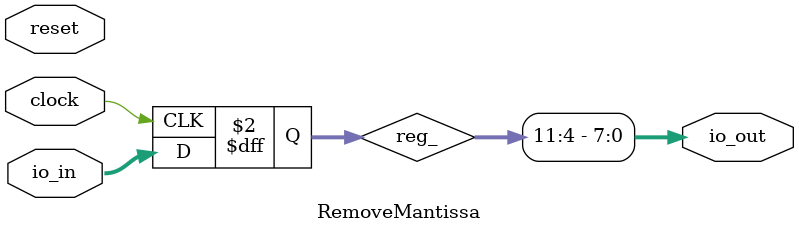
<source format=v>
module RemoveMantissa(
  input         clock,
  input         reset,
  input  [11:0] io_in,
  output [7:0]  io_out
);
`ifdef RANDOMIZE_REG_INIT
  reg [31:0] _RAND_0;
`endif // RANDOMIZE_REG_INIT
  reg [11:0] reg_; // @[FixedPrecisionChangerSpec.scala 35:16]
  assign io_out = reg_[11:4]; // @[FixedPrecisionChangerSpec.scala 37:10]
  always @(posedge clock) begin
    reg_ <= io_in; // @[FixedPrecisionChangerSpec.scala 36:7]
  end
// Register and memory initialization
`ifdef RANDOMIZE_GARBAGE_ASSIGN
`define RANDOMIZE
`endif
`ifdef RANDOMIZE_INVALID_ASSIGN
`define RANDOMIZE
`endif
`ifdef RANDOMIZE_REG_INIT
`define RANDOMIZE
`endif
`ifdef RANDOMIZE_MEM_INIT
`define RANDOMIZE
`endif
`ifndef RANDOM
`define RANDOM $random
`endif
`ifdef RANDOMIZE_MEM_INIT
  integer initvar;
`endif
`ifndef SYNTHESIS
`ifdef FIRRTL_BEFORE_INITIAL
`FIRRTL_BEFORE_INITIAL
`endif
initial begin
  `ifdef RANDOMIZE
    `ifdef INIT_RANDOM
      `INIT_RANDOM
    `endif
    `ifndef VERILATOR
      `ifdef RANDOMIZE_DELAY
        #`RANDOMIZE_DELAY begin end
      `else
        #0.002 begin end
      `endif
    `endif
`ifdef RANDOMIZE_REG_INIT
  _RAND_0 = {1{`RANDOM}};
  reg_ = _RAND_0[11:0];
`endif // RANDOMIZE_REG_INIT
  `endif // RANDOMIZE
end // initial
`ifdef FIRRTL_AFTER_INITIAL
`FIRRTL_AFTER_INITIAL
`endif
`endif // SYNTHESIS
endmodule

</source>
